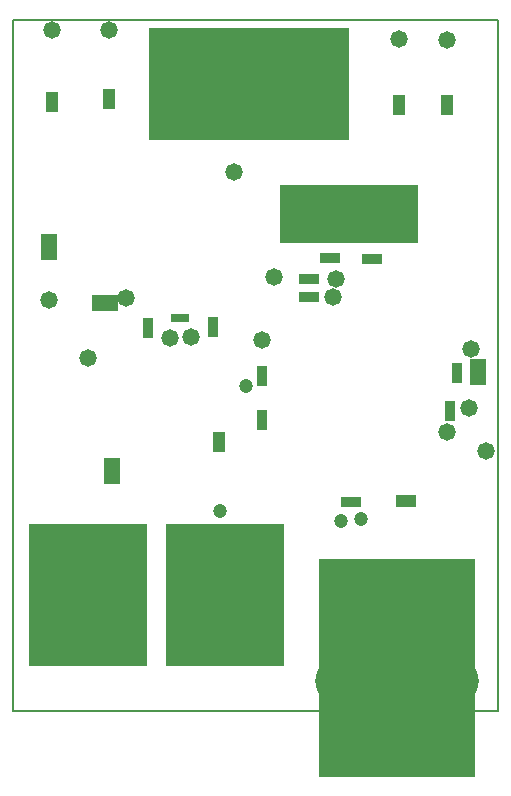
<source format=gbs>
%FSLAX25Y25*%
%MOIN*%
G70*
G01*
G75*
G04 Layer_Color=16711935*
%ADD10R,0.21654X0.07874*%
%ADD11R,0.22047X0.22047*%
%ADD12R,0.07874X0.04724*%
%ADD13R,0.00866X0.05906*%
%ADD14R,0.05906X0.00866*%
%ADD15R,0.03937X0.03937*%
%ADD16R,0.03937X0.03937*%
%ADD17R,0.03740X0.02756*%
%ADD18R,0.05118X0.03937*%
%ADD19R,0.06614X0.07874*%
%ADD20R,0.02362X0.05709*%
%ADD21R,0.05709X0.02362*%
%ADD22C,0.03150*%
%ADD23C,0.01063*%
%ADD24C,0.01000*%
%ADD25C,0.00945*%
%ADD26C,0.03937*%
%ADD27R,0.46063X0.19685*%
%ADD28R,0.07087X0.03937*%
%ADD29R,0.66929X0.37402*%
%ADD30R,0.03937X0.07087*%
%ADD31R,0.39370X0.47244*%
%ADD32R,0.51968X0.72835*%
%ADD33R,0.06496X0.02756*%
%ADD34R,0.03543X0.06693*%
%ADD35R,0.08661X0.05709*%
%ADD36R,0.05709X0.08661*%
%ADD37R,0.06693X0.03543*%
%ADD38C,0.04921*%
%ADD39R,0.07874X0.07874*%
%ADD40C,0.00787*%
%ADD41C,0.07874*%
%ADD42C,0.05906*%
%ADD43C,0.13780*%
%ADD44C,0.05000*%
%ADD45C,0.03937*%
%ADD46C,0.01969*%
%ADD47C,0.00394*%
%ADD48R,0.22453X0.08674*%
%ADD49R,0.22847X0.22847*%
%ADD50R,0.08674X0.05524*%
%ADD51R,0.01666X0.06706*%
%ADD52R,0.06706X0.01666*%
%ADD53R,0.04737X0.04737*%
%ADD54R,0.04737X0.04737*%
%ADD55R,0.04540X0.03556*%
%ADD56R,0.05918X0.04737*%
%ADD57R,0.07414X0.08674*%
%ADD58R,0.03162X0.06509*%
%ADD59R,0.06509X0.03162*%
%ADD60C,0.08674*%
%ADD61C,0.06706*%
%ADD62C,0.14579*%
%ADD63C,0.05800*%
%ADD64C,0.04737*%
G54D27*
X493148Y165500D02*
D03*
G54D28*
X512148Y70000D02*
D03*
G54D29*
X459648Y208972D02*
D03*
G54D30*
X525648Y202000D02*
D03*
X509648D02*
D03*
X413148Y204000D02*
D03*
X394148Y203000D02*
D03*
X449648Y89500D02*
D03*
G54D31*
X451758Y38618D02*
D03*
X406258D02*
D03*
G54D32*
X509246Y14291D02*
D03*
G54D33*
X436648Y131000D02*
D03*
G54D34*
X447648Y128000D02*
D03*
X426148Y127500D02*
D03*
X529148Y112500D02*
D03*
X464148Y97000D02*
D03*
X526648Y100000D02*
D03*
X464148Y111500D02*
D03*
G54D35*
X411648Y136000D02*
D03*
G54D36*
X414148Y80000D02*
D03*
X536148Y113000D02*
D03*
X393148Y154500D02*
D03*
G54D37*
X500648Y150500D02*
D03*
X486648Y151000D02*
D03*
X493648Y69500D02*
D03*
X479648Y138000D02*
D03*
Y144000D02*
D03*
G54D38*
X440940Y213619D02*
X440367Y214398D01*
X439404Y214310D01*
X438981Y213440D01*
X439506Y212628D01*
X440472Y212658D01*
X440947Y213500D01*
X460625Y213619D02*
X460052Y214398D01*
X459089Y214310D01*
X458666Y213440D01*
X459191Y212628D01*
X460157Y212658D01*
X460632Y213500D01*
X480310Y213619D02*
X479737Y214398D01*
X478774Y214310D01*
X478351Y213440D01*
X478876Y212628D01*
X479842Y212658D01*
X480317Y213500D01*
X457671Y53066D02*
X458245Y52287D01*
X459207Y52375D01*
X459630Y53245D01*
X459105Y54057D01*
X458139Y54027D01*
X457664Y53185D01*
X412171Y53066D02*
X412745Y52287D01*
X413707Y52375D01*
X414130Y53245D01*
X413605Y54057D01*
X412639Y54027D01*
X412164Y53185D01*
X496767Y33984D02*
X497546Y34557D01*
X497458Y35520D01*
X496588Y35943D01*
X495777Y35418D01*
X495806Y34451D01*
X496648Y33976D01*
X501787Y44023D02*
X502565Y44596D01*
X502478Y45559D01*
X501608Y45982D01*
X500796Y45457D01*
X500826Y44491D01*
X501668Y44016D01*
X506807Y33984D02*
X507585Y34557D01*
X507497Y35520D01*
X506628Y35943D01*
X505816Y35418D01*
X505845Y34451D01*
X506687Y33976D01*
X511826Y44023D02*
X512605Y44596D01*
X512517Y45559D01*
X511648Y45982D01*
X510836Y45457D01*
X510865Y44491D01*
X511707Y44016D01*
X516846Y33984D02*
X517625Y34557D01*
X517537Y35520D01*
X516667Y35943D01*
X515855Y35418D01*
X515885Y34451D01*
X516727Y33976D01*
X521866Y44023D02*
X522644Y44596D01*
X522556Y45559D01*
X521687Y45982D01*
X520875Y45457D01*
X520904Y44491D01*
X521746Y44016D01*
G54D39*
X444869Y33500D02*
D03*
X399369D02*
D03*
G54D40*
X542648Y0D02*
X381231D01*
X542648Y230315D02*
X381231D01*
X542648Y0D02*
Y230315D01*
X381231Y0D02*
Y230315D01*
G54D60*
X439963Y213500D02*
D03*
X479333D02*
D03*
X459648D02*
D03*
X458648Y53185D02*
D03*
X444869Y33500D02*
D03*
X413148Y53185D02*
D03*
X399369Y33500D02*
D03*
G54D61*
X496648Y34961D02*
D03*
X501668Y45000D02*
D03*
X506687Y34961D02*
D03*
X511707Y45000D02*
D03*
X516727Y34961D02*
D03*
X521746Y45000D02*
D03*
G54D62*
X489266Y9961D02*
D03*
X529227D02*
D03*
G54D63*
X525648Y93000D02*
D03*
X533648Y120500D02*
D03*
X468148Y144500D02*
D03*
X394148Y227000D02*
D03*
X413148D02*
D03*
X525648Y223500D02*
D03*
X509648Y224000D02*
D03*
X487648Y138000D02*
D03*
X488648Y144000D02*
D03*
X479333Y213500D02*
D03*
X459648D02*
D03*
X454648Y179500D02*
D03*
X464148Y123500D02*
D03*
X393148Y137000D02*
D03*
X440302Y124653D02*
D03*
X433495Y124153D02*
D03*
X406148Y117500D02*
D03*
X538648Y86500D02*
D03*
X533148Y101000D02*
D03*
X418648Y137500D02*
D03*
G54D64*
X490302Y63153D02*
D03*
X496994Y63846D02*
D03*
X450148Y66500D02*
D03*
X458802Y108153D02*
D03*
M02*

</source>
